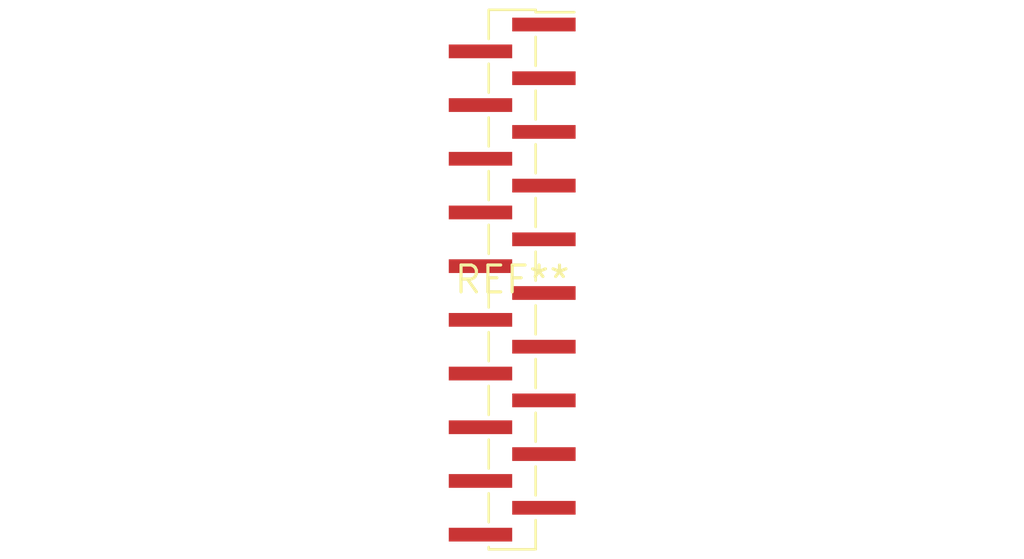
<source format=kicad_pcb>
(kicad_pcb (version 20240108) (generator pcbnew)
  (layers (0 "F.Cu" signal) (31 "B.Cu" signal) (34 "B.Paste" user) (35 "F.Paste" user) (36 "B.SilkS" user "B.Silkscreen") (37 "F.SilkS" user "F.Silkscreen") (38 "B.Mask" user) (39 "F.Mask" user) (44 "Edge.Cuts" user))
  (net 0 "")
  (footprint "PinHeader_1x20_P1.27mm_Vertical_SMD_Pin1Right" (layer "F.Cu") (at 0 0)
    (property "Reference" "REF**")
    (property "Value" "PinHeader_1x20_P1.27mm_Vertical_SMD_Pin1Right")
    (fp_line (start -1.11 -12.76) (end 1.11 -12.76) (layer "F.SilkS") (stroke (width 0.12)))
    (fp_line (start -1.11 -12.75) (end -1.11 -11.38) (layer "F.SilkS") (stroke (width 0.12)))
    (fp_line (start -1.11 -10.21) (end -1.11 -8.84) (layer "F.SilkS") (stroke (width 0.12)))
    (fp_line (start -1.11 -7.67) (end -1.11 -6.3) (layer "F.SilkS") (stroke (width 0.12)))
    (fp_line (start -1.11 -5.13) (end -1.11 -3.76) (layer "F.SilkS") (stroke (width 0.12)))
    (fp_line (start -1.11 -2.59) (end -1.11 -1.22) (layer "F.SilkS") (stroke (width 0.12)))
    (fp_line (start -1.11 -0.05) (end -1.11 1.32) (layer "F.SilkS") (stroke (width 0.12)))
    (fp_line (start -1.11 2.49) (end -1.11 3.86) (layer "F.SilkS") (stroke (width 0.12)))
    (fp_line (start -1.11 5.03) (end -1.11 6.4) (layer "F.SilkS") (stroke (width 0.12)))
    (fp_line (start -1.11 7.57) (end -1.11 8.94) (layer "F.SilkS") (stroke (width 0.12)))
    (fp_line (start -1.11 10.11) (end -1.11 11.48) (layer "F.SilkS") (stroke (width 0.12)))
    (fp_line (start -1.11 12.65) (end -1.11 12.76) (layer "F.SilkS") (stroke (width 0.12)))
    (fp_line (start -1.11 12.76) (end 1.11 12.76) (layer "F.SilkS") (stroke (width 0.12)))
    (fp_line (start 1.11 -12.76) (end 1.11 -12.65) (layer "F.SilkS") (stroke (width 0.12)))
    (fp_line (start 1.11 -12.65) (end 2.94 -12.65) (layer "F.SilkS") (stroke (width 0.12)))
    (fp_line (start 1.11 -11.48) (end 1.11 -10.11) (layer "F.SilkS") (stroke (width 0.12)))
    (fp_line (start 1.11 -8.94) (end 1.11 -7.57) (layer "F.SilkS") (stroke (width 0.12)))
    (fp_line (start 1.11 -6.4) (end 1.11 -5.03) (layer "F.SilkS") (stroke (width 0.12)))
    (fp_line (start 1.11 -3.86) (end 1.11 -2.49) (layer "F.SilkS") (stroke (width 0.12)))
    (fp_line (start 1.11 -1.32) (end 1.11 0.05) (layer "F.SilkS") (stroke (width 0.12)))
    (fp_line (start 1.11 1.22) (end 1.11 2.59) (layer "F.SilkS") (stroke (width 0.12)))
    (fp_line (start 1.11 3.76) (end 1.11 5.13) (layer "F.SilkS") (stroke (width 0.12)))
    (fp_line (start 1.11 6.3) (end 1.11 7.67) (layer "F.SilkS") (stroke (width 0.12)))
    (fp_line (start 1.11 8.84) (end 1.11 10.21) (layer "F.SilkS") (stroke (width 0.12)))
    (fp_line (start 1.11 11.38) (end 1.11 12.75) (layer "F.SilkS") (stroke (width 0.12)))
    (pad "1" smd rect (at 1.5 -12.065) (size 3 0.65) (layers "F.Cu" "F.Paste" "F.Mask"))
    (pad "2" smd rect (at -1.5 -10.795) (size 3 0.65) (layers "F.Cu" "F.Paste" "F.Mask"))
    (pad "3" smd rect (at 1.5 -9.525) (size 3 0.65) (layers "F.Cu" "F.Paste" "F.Mask"))
    (pad "4" smd rect (at -1.5 -8.255) (size 3 0.65) (layers "F.Cu" "F.Paste" "F.Mask"))
    (pad "5" smd rect (at 1.5 -6.985) (size 3 0.65) (layers "F.Cu" "F.Paste" "F.Mask"))
    (pad "6" smd rect (at -1.5 -5.715) (size 3 0.65) (layers "F.Cu" "F.Paste" "F.Mask"))
    (pad "7" smd rect (at 1.5 -4.445) (size 3 0.65) (layers "F.Cu" "F.Paste" "F.Mask"))
    (pad "8" smd rect (at -1.5 -3.175) (size 3 0.65) (layers "F.Cu" "F.Paste" "F.Mask"))
    (pad "9" smd rect (at 1.5 -1.905) (size 3 0.65) (layers "F.Cu" "F.Paste" "F.Mask"))
    (pad "10" smd rect (at -1.5 -0.635) (size 3 0.65) (layers "F.Cu" "F.Paste" "F.Mask"))
    (pad "11" smd rect (at 1.5 0.635) (size 3 0.65) (layers "F.Cu" "F.Paste" "F.Mask"))
    (pad "12" smd rect (at -1.5 1.905) (size 3 0.65) (layers "F.Cu" "F.Paste" "F.Mask"))
    (pad "13" smd rect (at 1.5 3.175) (size 3 0.65) (layers "F.Cu" "F.Paste" "F.Mask"))
    (pad "14" smd rect (at -1.5 4.445) (size 3 0.65) (layers "F.Cu" "F.Paste" "F.Mask"))
    (pad "15" smd rect (at 1.5 5.715) (size 3 0.65) (layers "F.Cu" "F.Paste" "F.Mask"))
    (pad "16" smd rect (at -1.5 6.985) (size 3 0.65) (layers "F.Cu" "F.Paste" "F.Mask"))
    (pad "17" smd rect (at 1.5 8.255) (size 3 0.65) (layers "F.Cu" "F.Paste" "F.Mask"))
    (pad "18" smd rect (at -1.5 9.525) (size 3 0.65) (layers "F.Cu" "F.Paste" "F.Mask"))
    (pad "19" smd rect (at 1.5 10.795) (size 3 0.65) (layers "F.Cu" "F.Paste" "F.Mask"))
    (pad "20" smd rect (at -1.5 12.065) (size 3 0.65) (layers "F.Cu" "F.Paste" "F.Mask"))
  )
)
</source>
